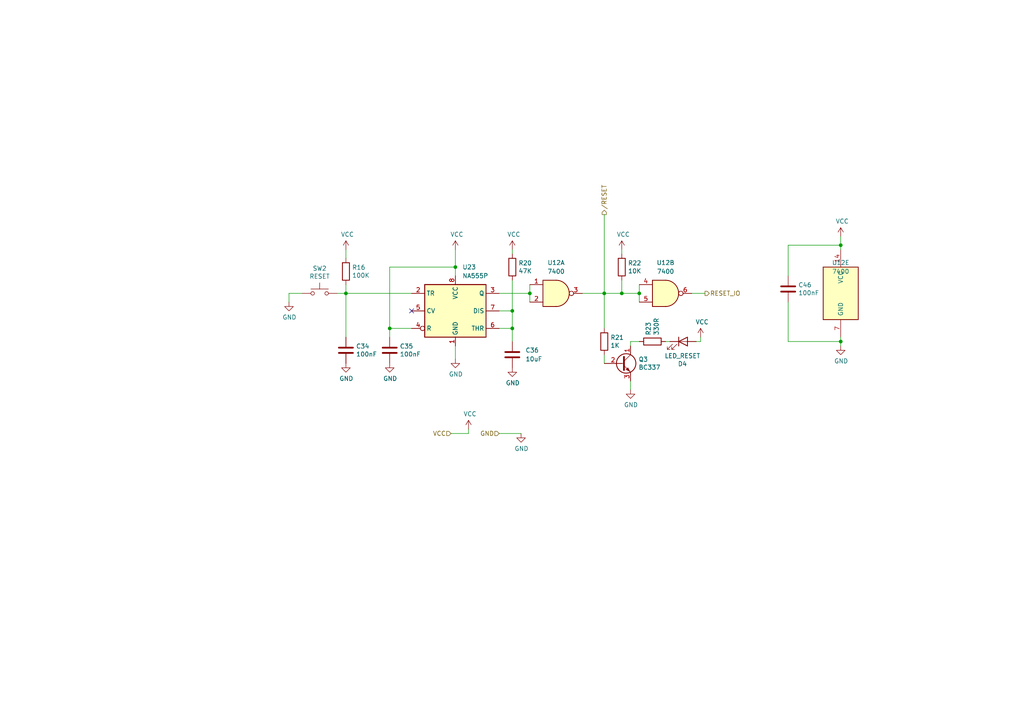
<source format=kicad_sch>
(kicad_sch (version 20211123) (generator eeschema)
  (paper "A4")
  (lib_symbols
    (symbol "74xx:7400" (pin_names (offset 1.016))
      (property "Reference" "U" (at 0 1.27 0))
      (property "Value" "7400" (at 0 -1.27 0))
      (symbol "7400_1_1"
        (arc (start 0 -3.81) (mid 3.81 0) (end 0 3.81) (stroke (width 0.254)) (fill (type background)))
        (polyline (pts (xy 0 3.81) (xy -3.81 3.81) (xy -3.81 -3.81) (xy 0 -3.81)) (stroke (width 0.254)) (fill (type background)))
        (pin input line (at -7.62 2.54 0) (length 3.81) (name "~") (number "1"))
        (pin input line (at -7.62 -2.54 0) (length 3.81) (name "~") (number "2"))
        (pin output inverted (at 7.62 0 180) (length 3.81) (name "~") (number "3"))
      )
      (symbol "7400_1_2"
        (arc (start -3.81 -3.81) (mid -2.589 0) (end -3.81 3.81) (stroke (width 0.254)))
        (arc (start -0.6096 -3.81) (mid 2.1842 -2.5851) (end 3.81 0) (stroke (width 0.254)) (fill (type background)))
        (polyline (pts (xy -3.81 -3.81) (xy -0.635 -3.81)) (stroke (width 0.254)) (fill (type background)))
        (polyline (pts (xy -3.81 3.81) (xy -0.635 3.81)) (stroke (width 0.254)) (fill (type background)))
        (polyline (pts (xy -0.635 3.81) (xy -3.81 3.81) (xy -3.81 3.81) (xy -3.556 3.4036) (xy -3.0226 2.2606) (xy -2.6924 1.0414) (xy -2.6162 -0.254) (xy -2.7686 -1.4986) (xy -3.175 -2.7178) (xy -3.81 -3.81) (xy -3.81 -3.81) (xy -0.635 -3.81)) (stroke (width -25.4)) (fill (type background)))
        (arc (start 3.81 0) (mid 2.1915 2.5936) (end -0.6096 3.81) (stroke (width 0.254)) (fill (type background)))
        (pin input inverted (at -7.62 2.54 0) (length 4.318) (name "~") (number "1"))
        (pin input inverted (at -7.62 -2.54 0) (length 4.318) (name "~") (number "2"))
        (pin output line (at 7.62 0 180) (length 3.81) (name "~") (number "3"))
      )
      (symbol "7400_2_1"
        (arc (start 0 -3.81) (mid 3.81 0) (end 0 3.81) (stroke (width 0.254)) (fill (type background)))
        (polyline (pts (xy 0 3.81) (xy -3.81 3.81) (xy -3.81 -3.81) (xy 0 -3.81)) (stroke (width 0.254)) (fill (type background)))
        (pin input line (at -7.62 2.54 0) (length 3.81) (name "~") (number "4"))
        (pin input line (at -7.62 -2.54 0) (length 3.81) (name "~") (number "5"))
        (pin output inverted (at 7.62 0 180) (length 3.81) (name "~") (number "6"))
      )
      (symbol "7400_2_2"
        (arc (start -3.81 -3.81) (mid -2.589 0) (end -3.81 3.81) (stroke (width 0.254)))
        (arc (start -0.6096 -3.81) (mid 2.1842 -2.5851) (end 3.81 0) (stroke (width 0.254)) (fill (type background)))
        (polyline (pts (xy -3.81 -3.81) (xy -0.635 -3.81)) (stroke (width 0.254)) (fill (type background)))
        (polyline (pts (xy -3.81 3.81) (xy -0.635 3.81)) (stroke (width 0.254)) (fill (type background)))
        (polyline (pts (xy -0.635 3.81) (xy -3.81 3.81) (xy -3.81 3.81) (xy -3.556 3.4036) (xy -3.0226 2.2606) (xy -2.6924 1.0414) (xy -2.6162 -0.254) (xy -2.7686 -1.4986) (xy -3.175 -2.7178) (xy -3.81 -3.81) (xy -3.81 -3.81) (xy -0.635 -3.81)) (stroke (width -25.4)) (fill (type background)))
        (arc (start 3.81 0) (mid 2.1915 2.5936) (end -0.6096 3.81) (stroke (width 0.254)) (fill (type background)))
        (pin input inverted (at -7.62 2.54 0) (length 4.318) (name "~") (number "4"))
        (pin input inverted (at -7.62 -2.54 0) (length 4.318) (name "~") (number "5"))
        (pin output line (at 7.62 0 180) (length 3.81) (name "~") (number "6"))
      )
      (symbol "7400_3_1"
        (arc (start 0 -3.81) (mid 3.81 0) (end 0 3.81) (stroke (width 0.254)) (fill (type background)))
        (polyline (pts (xy 0 3.81) (xy -3.81 3.81) (xy -3.81 -3.81) (xy 0 -3.81)) (stroke (width 0.254)) (fill (type background)))
        (pin input line (at -7.62 -2.54 0) (length 3.81) (name "~") (number "10"))
        (pin output inverted (at 7.62 0 180) (length 3.81) (name "~") (number "8"))
        (pin input line (at -7.62 2.54 0) (length 3.81) (name "~") (number "9"))
      )
      (symbol "7400_3_2"
        (arc (start -3.81 -3.81) (mid -2.589 0) (end -3.81 3.81) (stroke (width 0.254)))
        (arc (start -0.6096 -3.81) (mid 2.1842 -2.5851) (end 3.81 0) (stroke (width 0.254)) (fill (type background)))
        (polyline (pts (xy -3.81 -3.81) (xy -0.635 -3.81)) (stroke (width 0.254)) (fill (type background)))
        (polyline (pts (xy -3.81 3.81) (xy -0.635 3.81)) (stroke (width 0.254)) (fill (type background)))
        (polyline (pts (xy -0.635 3.81) (xy -3.81 3.81) (xy -3.81 3.81) (xy -3.556 3.4036) (xy -3.0226 2.2606) (xy -2.6924 1.0414) (xy -2.6162 -0.254) (xy -2.7686 -1.4986) (xy -3.175 -2.7178) (xy -3.81 -3.81) (xy -3.81 -3.81) (xy -0.635 -3.81)) (stroke (width -25.4)) (fill (type background)))
        (arc (start 3.81 0) (mid 2.1915 2.5936) (end -0.6096 3.81) (stroke (width 0.254)) (fill (type background)))
        (pin input inverted (at -7.62 -2.54 0) (length 4.318) (name "~") (number "10"))
        (pin output line (at 7.62 0 180) (length 3.81) (name "~") (number "8"))
        (pin input inverted (at -7.62 2.54 0) (length 4.318) (name "~") (number "9"))
      )
      (symbol "7400_4_1"
        (arc (start 0 -3.81) (mid 3.81 0) (end 0 3.81) (stroke (width 0.254)) (fill (type background)))
        (polyline (pts (xy 0 3.81) (xy -3.81 3.81) (xy -3.81 -3.81) (xy 0 -3.81)) (stroke (width 0.254)) (fill (type background)))
        (pin output inverted (at 7.62 0 180) (length 3.81) (name "~") (number "11"))
        (pin input line (at -7.62 2.54 0) (length 3.81) (name "~") (number "12"))
        (pin input line (at -7.62 -2.54 0) (length 3.81) (name "~") (number "13"))
      )
      (symbol "7400_4_2"
        (arc (start -3.81 -3.81) (mid -2.589 0) (end -3.81 3.81) (stroke (width 0.254)))
        (arc (start -0.6096 -3.81) (mid 2.1842 -2.5851) (end 3.81 0) (stroke (width 0.254)) (fill (type background)))
        (polyline (pts (xy -3.81 -3.81) (xy -0.635 -3.81)) (stroke (width 0.254)) (fill (type background)))
        (polyline (pts (xy -3.81 3.81) (xy -0.635 3.81)) (stroke (width 0.254)) (fill (type background)))
        (polyline (pts (xy -0.635 3.81) (xy -3.81 3.81) (xy -3.81 3.81) (xy -3.556 3.4036) (xy -3.0226 2.2606) (xy -2.6924 1.0414) (xy -2.6162 -0.254) (xy -2.7686 -1.4986) (xy -3.175 -2.7178) (xy -3.81 -3.81) (xy -3.81 -3.81) (xy -0.635 -3.81)) (stroke (width -25.4)) (fill (type background)))
        (arc (start 3.81 0) (mid 2.1915 2.5936) (end -0.6096 3.81) (stroke (width 0.254)) (fill (type background)))
        (pin output line (at 7.62 0 180) (length 3.81) (name "~") (number "11"))
        (pin input inverted (at -7.62 2.54 0) (length 4.318) (name "~") (number "12"))
        (pin input inverted (at -7.62 -2.54 0) (length 4.318) (name "~") (number "13"))
      )
      (symbol "7400_5_0"
        (pin power_in line (at 0 12.7 270) (length 5.08) (name "VCC") (number "14"))
        (pin power_in line (at 0 -12.7 90) (length 5.08) (name "GND") (number "7"))
      )
      (symbol "7400_5_1"
        (rectangle (start -5.08 7.62) (end 5.08 -7.62) (stroke (width 0.254)) (fill (type background)))
      )
    )
    (symbol "Device:C" (pin_numbers hide) (pin_names (offset 0.254))
      (property "Reference" "C" (at 0.635 2.54 0))
      (property "Value" "C" (at 0.635 -2.54 0))
      (symbol "C_0_1"
        (polyline (pts (xy -2.032 -0.762) (xy 2.032 -0.762)) (stroke (width 0.508)))
        (polyline (pts (xy -2.032 0.762) (xy 2.032 0.762)) (stroke (width 0.508)))
      )
      (symbol "C_1_1"
        (pin passive line (at 0 3.81 270) (length 2.794) (name "~") (number "1"))
        (pin passive line (at 0 -3.81 90) (length 2.794) (name "~") (number "2"))
      )
    )
    (symbol "Device:LED" (pin_numbers hide) (pin_names (offset 1.016) hide)
      (property "Reference" "D" (at 0 2.54 0))
      (property "Value" "LED" (at 0 -2.54 0))
      (symbol "LED_0_1"
        (polyline (pts (xy -1.27 -1.27) (xy -1.27 1.27)) (stroke (width 0.254)))
        (polyline (pts (xy -1.27 0) (xy 1.27 0)))
        (polyline (pts (xy 1.27 -1.27) (xy 1.27 1.27) (xy -1.27 0) (xy 1.27 -1.27)) (stroke (width 0.254)))
        (polyline (pts (xy -3.048 -0.762) (xy -4.572 -2.286) (xy -3.81 -2.286) (xy -4.572 -2.286) (xy -4.572 -1.524)))
        (polyline (pts (xy -1.778 -0.762) (xy -3.302 -2.286) (xy -2.54 -2.286) (xy -3.302 -2.286) (xy -3.302 -1.524)))
      )
      (symbol "LED_1_1"
        (pin passive line (at -3.81 0 0) (length 2.54) (name "K") (number "1"))
        (pin passive line (at 3.81 0 180) (length 2.54) (name "A") (number "2"))
      )
    )
    (symbol "Device:R" (pin_numbers hide) (pin_names (offset 0))
      (property "Reference" "R" (at 2.032 0 90))
      (property "Value" "R" (at 0 0 90))
      (symbol "R_0_1"
        (rectangle (start -1.016 -2.54) (end 1.016 2.54) (stroke (width 0.254)))
      )
      (symbol "R_1_1"
        (pin passive line (at 0 3.81 270) (length 1.27) (name "~") (number "1"))
        (pin passive line (at 0 -3.81 90) (length 1.27) (name "~") (number "2"))
      )
    )
    (symbol "Switch:SW_Push" (pin_numbers hide) (pin_names (offset 1.016) hide)
      (property "Reference" "SW" (at 1.27 2.54 0))
      (property "Value" "SW_Push" (at 0 -1.524 0))
      (symbol "SW_Push_0_1"
        (circle (center -2.032 0) (radius 0.508))
        (polyline (pts (xy 0 1.27) (xy 0 3.048)))
        (polyline (pts (xy 2.54 1.27) (xy -2.54 1.27)))
        (circle (center 2.032 0) (radius 0.508))
        (pin passive line (at -5.08 0 0) (length 2.54) (name "1") (number "1"))
        (pin passive line (at 5.08 0 180) (length 2.54) (name "2") (number "2"))
      )
    )
    (symbol "Timer:NA555P"
      (property "Reference" "U" (at -10.16 8.89 0))
      (property "Value" "NA555P" (at 2.54 8.89 0))
      (symbol "NA555P_0_0"
        (pin power_in line (at 0 -10.16 90) (length 2.54) (name "GND") (number "1"))
        (pin power_in line (at 0 10.16 270) (length 2.54) (name "VCC") (number "8"))
      )
      (symbol "NA555P_0_1"
        (rectangle (start -8.89 -7.62) (end 8.89 7.62) (stroke (width 0.254)) (fill (type background)))
        (rectangle (start -8.89 -7.62) (end 8.89 7.62) (stroke (width 0.254)) (fill (type background)))
      )
      (symbol "NA555P_1_1"
        (pin input line (at -12.7 5.08 0) (length 3.81) (name "TR") (number "2"))
        (pin output line (at 12.7 5.08 180) (length 3.81) (name "Q") (number "3"))
        (pin input inverted (at -12.7 -5.08 0) (length 3.81) (name "R") (number "4"))
        (pin input line (at -12.7 0 0) (length 3.81) (name "CV") (number "5"))
        (pin input line (at 12.7 -5.08 180) (length 3.81) (name "THR") (number "6"))
        (pin input line (at 12.7 0 180) (length 3.81) (name "DIS") (number "7"))
      )
    )
    (symbol "Transistor_BJT:BC337" (pin_names (offset 0) hide)
      (property "Reference" "Q" (at 5.08 1.905 0))
      (property "Value" "BC337" (at 5.08 0 0))
      (symbol "BC337_0_1"
        (polyline (pts (xy 0 0) (xy 0.635 0)))
        (polyline (pts (xy 0.635 0.635) (xy 2.54 2.54)))
        (polyline (pts (xy 0.635 -0.635) (xy 2.54 -2.54) (xy 2.54 -2.54)))
        (polyline (pts (xy 0.635 1.905) (xy 0.635 -1.905) (xy 0.635 -1.905)) (stroke (width 0.508)))
        (polyline (pts (xy 1.27 -1.778) (xy 1.778 -1.27) (xy 2.286 -2.286) (xy 1.27 -1.778) (xy 1.27 -1.778)) (fill (type outline)))
        (circle (center 1.27 0) (radius 2.8194) (stroke (width 0.254)))
      )
      (symbol "BC337_1_1"
        (pin passive line (at 2.54 5.08 270) (length 2.54) (name "C") (number "1"))
        (pin input line (at -5.08 0 0) (length 5.08) (name "B") (number "2"))
        (pin passive line (at 2.54 -5.08 90) (length 2.54) (name "E") (number "3"))
      )
    )
    (symbol "power:GND" (power) (pin_names (offset 0))
      (property "Value" "GND" (at 0 -3.81 0))
      (symbol "GND_0_1"
        (polyline (pts (xy 0 0) (xy 0 -1.27) (xy 1.27 -1.27) (xy 0 -2.54) (xy -1.27 -1.27) (xy 0 -1.27)))
      )
      (symbol "GND_1_1"
        (pin power_in line (at 0 0 270) (length 0) hide (name "GND") (number "1"))
      )
    )
    (symbol "power:VCC" (power) (pin_names (offset 0))
      (property "Value" "VCC" (at 0 3.81 0))
      (symbol "VCC_0_1"
        (polyline (pts (xy -0.762 1.27) (xy 0 2.54)))
        (polyline (pts (xy 0 0) (xy 0 2.54)))
        (polyline (pts (xy 0 2.54) (xy 0.762 1.27)))
      )
      (symbol "VCC_1_1"
        (pin power_in line (at 0 0 90) (length 0) hide (name "VCC") (number "1"))
      )
    )
  )
  (junction (at 113.03 95.25))
  (junction (at 185.42 85.09))
  (junction (at 148.59 90.17))
  (junction (at 180.34 85.09))
  (junction (at 148.59 95.25))
  (junction (at 132.08 77.47))
  (junction (at 243.84 99.06))
  (junction (at 100.33 85.09))
  (junction (at 175.26 85.09))
  (junction (at 243.84 71.12))
  (junction (at 153.67 85.09))
  (no_connect (at 119.38 90.17))
  (wire (pts (xy 113.03 95.25) (xy 119.38 95.25)))
  (wire (pts (xy 132.08 77.47) (xy 113.03 77.47)))
  (wire (pts (xy 100.33 97.79) (xy 100.33 85.09)))
  (wire (pts (xy 144.78 125.73) (xy 151.13 125.73)))
  (wire (pts (xy 100.33 85.09) (xy 119.38 85.09)))
  (wire (pts (xy 175.26 85.09) (xy 180.34 85.09)))
  (wire (pts (xy 175.26 102.87) (xy 175.26 105.41)))
  (wire (pts (xy 83.82 85.09) (xy 87.63 85.09)))
  (wire (pts (xy 113.03 77.47) (xy 113.03 95.25)))
  (wire (pts (xy 175.26 85.09) (xy 175.26 95.25)))
  (wire (pts (xy 153.67 82.55) (xy 153.67 85.09)))
  (wire (pts (xy 182.88 99.06) (xy 185.42 99.06)))
  (wire (pts (xy 182.88 113.03) (xy 182.88 110.49)))
  (wire (pts (xy 144.78 95.25) (xy 148.59 95.25)))
  (wire (pts (xy 201.93 99.06) (xy 203.2 99.06)))
  (wire (pts (xy 200.66 85.09) (xy 204.47 85.09)))
  (wire (pts (xy 153.67 85.09) (xy 153.67 87.63)))
  (wire (pts (xy 100.33 85.09) (xy 100.33 82.55)))
  (wire (pts (xy 132.08 100.33) (xy 132.08 104.14)))
  (wire (pts (xy 148.59 90.17) (xy 148.59 95.25)))
  (wire (pts (xy 180.34 85.09) (xy 185.42 85.09)))
  (wire (pts (xy 243.84 71.12) (xy 243.84 72.39)))
  (wire (pts (xy 228.6 99.06) (xy 243.84 99.06)))
  (wire (pts (xy 243.84 68.58) (xy 243.84 71.12)))
  (wire (pts (xy 228.6 71.12) (xy 243.84 71.12)))
  (wire (pts (xy 185.42 85.09) (xy 185.42 87.63)))
  (wire (pts (xy 83.82 87.63) (xy 83.82 85.09)))
  (wire (pts (xy 148.59 90.17) (xy 148.59 81.28)))
  (wire (pts (xy 135.89 124.46) (xy 135.89 125.73)))
  (wire (pts (xy 97.79 85.09) (xy 100.33 85.09)))
  (wire (pts (xy 135.89 125.73) (xy 130.81 125.73)))
  (wire (pts (xy 228.6 80.01) (xy 228.6 71.12)))
  (wire (pts (xy 228.6 87.63) (xy 228.6 99.06)))
  (wire (pts (xy 113.03 97.79) (xy 113.03 95.25)))
  (wire (pts (xy 203.2 99.06) (xy 203.2 97.79)))
  (wire (pts (xy 100.33 74.93) (xy 100.33 72.39)))
  (wire (pts (xy 132.08 80.01) (xy 132.08 77.47)))
  (wire (pts (xy 132.08 77.47) (xy 132.08 72.39)))
  (wire (pts (xy 175.26 62.23) (xy 175.26 85.09)))
  (wire (pts (xy 144.78 90.17) (xy 148.59 90.17)))
  (wire (pts (xy 148.59 73.66) (xy 148.59 72.39)))
  (wire (pts (xy 144.78 85.09) (xy 153.67 85.09)))
  (wire (pts (xy 148.59 95.25) (xy 148.59 99.06)))
  (wire (pts (xy 243.84 100.33) (xy 243.84 99.06)))
  (wire (pts (xy 180.34 73.66) (xy 180.34 72.39)))
  (wire (pts (xy 182.88 100.33) (xy 182.88 99.06)))
  (wire (pts (xy 180.34 81.28) (xy 180.34 85.09)))
  (wire (pts (xy 243.84 99.06) (xy 243.84 97.79)))
  (wire (pts (xy 168.91 85.09) (xy 175.26 85.09)))
  (wire (pts (xy 193.04 99.06) (xy 194.31 99.06)))
  (wire (pts (xy 185.42 82.55) (xy 185.42 85.09)))
  (hierarchical_label "RESET_IO" (shape output) (at 204.47 85.09 0))
  (hierarchical_label "{slash}RESET" (shape output) (at 175.26 62.23 90))
  (hierarchical_label "VCC" (shape input) (at 130.81 125.73 180))
  (hierarchical_label "GND" (shape input) (at 144.78 125.73 180))
  (symbol (lib_id "Device:LED") (at 198.12 99.06 0) (unit 1)
    (property "Reference" "D4" (at 197.9422 105.537 0))
    (property "Value" "LED_RESET" (at 197.9422 103.2256 0))
    (property "Footprint" "LED_THT:LED_D3.0mm" (effects hide))
  )
  (symbol (lib_id "power:VCC") (at 148.59 72.39 0) (unit 1)
    (property "Reference" "#PWR045" (effects hide))
    (property "Value" "VCC" (at 149.0218 67.9958 0))
  )
  (symbol (lib_id "power:GND") (at 151.13 125.73 0) (unit 1)
    (property "Reference" "#PWR047" (effects hide))
    (property "Value" "GND" (at 151.257 130.1242 0))
  )
  (symbol (lib_id "Device:R") (at 100.33 78.74 0) (unit 1)
    (property "Reference" "R16" (at 102.108 77.5716 0) (effects (justify left)))
    (property "Value" "100K" (at 102.108 79.883 0) (effects (justify left)))
    (property "Footprint" "Resistor_THT:R_Axial_DIN0207_L6.3mm_D2.5mm_P7.62mm_Horizontal" (effects hide))
  )
  (symbol (lib_id "power:GND") (at 148.59 106.68 0) (unit 1)
    (property "Reference" "#PWR046" (effects hide))
    (property "Value" "GND" (at 148.717 111.0742 0))
  )
  (symbol (lib_id "power:GND") (at 113.03 105.41 0) (unit 1)
    (property "Reference" "#PWR041" (effects hide))
    (property "Value" "GND" (at 113.157 109.8042 0))
  )
  (symbol (lib_id "74xx:7400") (at 161.29 85.09 0) (unit 1)
    (property "Reference" "U12" (at 161.29 76.2 0))
    (property "Value" "7400" (at 161.29 78.74 0))
    (property "Footprint" "Package_DIP:DIP-14_W7.62mm_LongPads" (effects hide))
    (property "Datasheet" "http://www.ti.com/lit/gpn/sn7400" (effects hide))
  )
  (symbol (lib_id "Switch:SW_Push") (at 92.71 85.09 0) (unit 1)
    (property "Reference" "SW2" (at 92.71 77.851 0))
    (property "Value" "RESET" (at 92.71 80.1624 0))
    (property "Footprint" "Button_Switch_THT:SW_PUSH_6mm_H5mm" (effects hide))
  )
  (symbol (lib_id "Device:R") (at 180.34 77.47 0) (unit 1)
    (property "Reference" "R22" (at 182.118 76.3016 0) (effects (justify left)))
    (property "Value" "10K" (at 182.118 78.613 0) (effects (justify left)))
    (property "Footprint" "Resistor_THT:R_Axial_DIN0207_L6.3mm_D2.5mm_P7.62mm_Horizontal" (effects hide))
  )
  (symbol (lib_id "power:GND") (at 182.88 113.03 0) (unit 1)
    (property "Reference" "#PWR049" (effects hide))
    (property "Value" "GND" (at 183.007 117.4242 0))
  )
  (symbol (lib_id "power:VCC") (at 100.33 72.39 0) (unit 1)
    (property "Reference" "#PWR039" (effects hide))
    (property "Value" "VCC" (at 100.7618 67.9958 0))
  )
  (symbol (lib_id "power:GND") (at 132.08 104.14 0) (unit 1)
    (property "Reference" "#PWR043" (effects hide))
    (property "Value" "GND" (at 132.207 108.5342 0))
  )
  (symbol (lib_id "Device:R") (at 175.26 99.06 0) (unit 1)
    (property "Reference" "R21" (at 177.038 97.8916 0) (effects (justify left)))
    (property "Value" "1K" (at 177.038 100.203 0) (effects (justify left)))
    (property "Footprint" "Resistor_THT:R_Axial_DIN0207_L6.3mm_D2.5mm_P7.62mm_Horizontal" (effects hide))
  )
  (symbol (lib_id "Device:C") (at 228.6 83.82 0) (unit 1)
    (property "Reference" "C46" (at 231.521 82.6516 0) (effects (justify left)))
    (property "Value" "100nF" (at 231.521 84.963 0) (effects (justify left)))
    (property "Footprint" "Capacitor_THT:C_Disc_D7.0mm_W2.5mm_P5.00mm" (effects hide))
  )
  (symbol (lib_id "power:VCC") (at 203.2 97.79 0) (unit 1)
    (property "Reference" "#PWR050" (effects hide))
    (property "Value" "VCC" (at 203.6318 93.3958 0))
  )
  (symbol (lib_id "Device:R") (at 189.23 99.06 90) (unit 1)
    (property "Reference" "R23" (at 188.0616 97.282 0) (effects (justify left)))
    (property "Value" "330R" (at 190.373 97.282 0) (effects (justify left)))
    (property "Footprint" "Resistor_THT:R_Axial_DIN0207_L6.3mm_D2.5mm_P7.62mm_Horizontal" (effects hide))
  )
  (symbol (lib_id "Device:C") (at 100.33 101.6 0) (unit 1)
    (property "Reference" "C34" (at 103.251 100.4316 0) (effects (justify left)))
    (property "Value" "100nF" (at 103.251 102.743 0) (effects (justify left)))
    (property "Footprint" "Capacitor_THT:C_Disc_D7.0mm_W2.5mm_P5.00mm" (effects hide))
  )
  (symbol (lib_id "power:VCC") (at 135.89 124.46 0) (unit 1)
    (property "Reference" "#PWR044" (effects hide))
    (property "Value" "VCC" (at 136.3218 120.0658 0))
  )
  (symbol (lib_id "Timer:NA555P") (at 132.08 90.17 0) (unit 1)
    (property "Reference" "U23" (at 134.0994 77.47 0) (effects (justify left)))
    (property "Value" "NA555P" (at 134.0994 80.01 0) (effects (justify left)))
    (property "Footprint" "Package_DIP:DIP-8_W7.62mm" (effects hide))
    (property "Datasheet" "http://www.ti.com/lit/ds/symlink/ne555.pdf" (effects hide))
  )
  (symbol (lib_id "74xx:7400") (at 193.04 85.09 0) (unit 2)
    (property "Reference" "U12" (at 193.04 76.2 0))
    (property "Value" "7400" (at 193.04 78.74 0))
    (property "Footprint" "Package_DIP:DIP-14_W7.62mm_LongPads" (effects hide))
    (property "Datasheet" "http://www.ti.com/lit/gpn/sn7400" (effects hide))
  )
  (symbol (lib_id "Device:C") (at 113.03 101.6 0) (unit 1)
    (property "Reference" "C35" (at 115.951 100.4316 0) (effects (justify left)))
    (property "Value" "100nF" (at 115.951 102.743 0) (effects (justify left)))
    (property "Footprint" "Capacitor_THT:C_Disc_D7.0mm_W2.5mm_P5.00mm" (effects hide))
  )
  (symbol (lib_id "power:GND") (at 100.33 105.41 0) (unit 1)
    (property "Reference" "#PWR040" (effects hide))
    (property "Value" "GND" (at 100.457 109.8042 0))
  )
  (symbol (lib_id "Transistor_BJT:BC337") (at 180.34 105.41 0) (unit 1)
    (property "Reference" "Q3" (at 185.1914 104.2416 0) (effects (justify left)))
    (property "Value" "BC337" (at 185.1914 106.553 0) (effects (justify left)))
    (property "Footprint" "Package_TO_SOT_THT:TO-92_Inline" (effects hide))
    (property "Datasheet" "https://diotec.com/tl_files/diotec/files/pdf/datasheets/bc337.pdf" (effects hide))
  )
  (symbol (lib_id "74xx:7400") (at 243.84 85.09 0) (unit 5)
    (property "Reference" "U12" (at 243.84 76.2 0))
    (property "Value" "7400" (at 243.84 78.74 0))
    (property "Footprint" "Package_DIP:DIP-14_W7.62mm_LongPads" (effects hide))
    (property "Datasheet" "http://www.ti.com/lit/gpn/sn7400" (effects hide))
  )
  (symbol (lib_id "power:VCC") (at 243.84 68.58 0) (unit 1)
    (property "Reference" "#PWR033" (effects hide))
    (property "Value" "VCC" (at 244.2718 64.1858 0))
  )
  (symbol (lib_id "Device:R") (at 148.59 77.47 0) (unit 1)
    (property "Reference" "R20" (at 150.368 76.3016 0) (effects (justify left)))
    (property "Value" "47K" (at 150.368 78.613 0) (effects (justify left)))
    (property "Footprint" "Resistor_THT:R_Axial_DIN0207_L6.3mm_D2.5mm_P7.62mm_Horizontal" (effects hide))
  )
  (symbol (lib_id "Device:C") (at 148.59 102.87 0) (unit 1)
    (property "Reference" "C36" (at 152.4 101.5999 0) (effects (justify left)))
    (property "Value" "10uF" (at 152.4 104.1399 0) (effects (justify left)))
    (property "Footprint" "Capacitor_THT:CP_Radial_D5.0mm_P2.50mm" (effects hide))
  )
  (symbol (lib_id "power:GND") (at 243.84 100.33 0) (unit 1)
    (property "Reference" "#PWR034" (effects hide))
    (property "Value" "GND" (at 243.967 104.7242 0))
  )
  (symbol (lib_id "power:VCC") (at 132.08 72.39 0) (unit 1)
    (property "Reference" "#PWR042" (effects hide))
    (property "Value" "VCC" (at 132.5118 67.9958 0))
  )
  (symbol (lib_id "power:VCC") (at 180.34 72.39 0) (unit 1)
    (property "Reference" "#PWR048" (effects hide))
    (property "Value" "VCC" (at 180.7718 67.9958 0))
  )
  (symbol (lib_id "power:GND") (at 83.82 87.63 0) (unit 1)
    (property "Reference" "#PWR038" (effects hide))
    (property "Value" "GND" (at 83.947 92.0242 0))
  )
)
</source>
